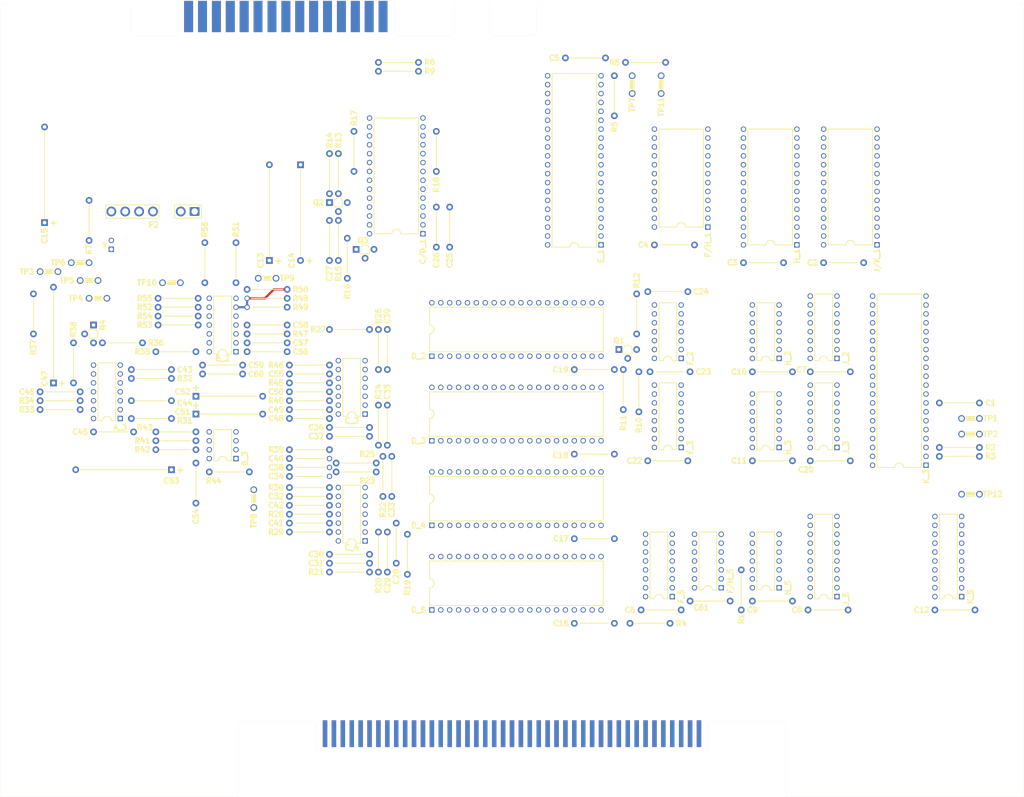
<source format=kicad_pcb>
(kicad_pcb (version 20211014) (generator pcbnew)
  (layers (0 "F.Cu" signal) (31 "B.Cu" signal) (34 "B.Paste" user) (35 "F.Paste" user) (36 "B.SilkS" user "B.Silkscreen") (37 "F.SilkS" user "F.Silkscreen") (38 "B.Mask" user) (39 "F.Mask" user) (44 "Edge.Cuts" user))
  (net 0 "")
  (net 1 "RCK")
  (net 2 "GND")
  (net 4 "Net-(B_3-Pad4)")
  (net 5 "Net-(B_3-Pad5)")
  (net 6 "Net-(B_3-Pad6)")
  (net 7 "Net-(B_3-Pad8)")
  (net 8 "SD3")
  (net 9 "SD4")
  (net 10 "SD5")
  (net 11 "SD6")
  (net 12 "SD7")
  (net 13 "PHI_E")
  (net 23 "+5V")
  (net 30 "Net-(D_2-Pad24)")
  (net 34 "Net-(D_2-Pad28)")
  (net 36 "~{CIO}3")
  (net 37 "P")
  (net 38 "SR~{W}")
  (net 39 "SA5")
  (net 40 "SA2")
  (net 41 "SA1")
  (net 42 "SA0")
  (net 43 "CO3")
  (net 44 "SD0")
  (net 45 "SD1")
  (net 46 "SD2")
  (net 62 "Net-(D_3-Pad24)")
  (net 67 "~{CIO}2")
  (net 68 "CO2")
  (net 84 "Net-(D_4-Pad24)")
  (net 89 "~{CIO}1")
  (net 90 "CO1")
  (net 106 "Net-(D_5-Pad24)")
  (net 111 "~{CIO}0")
  (net 112 "CO0")
  (net 113 "SA4")
  (net 114 "SA3")
  (net 115 "PA0")
  (net 116 "PA1")
  (net 117 "PA2")
  (net 118 "PA3")
  (net 119 "PA4")
  (net 120 "PA5")
  (net 121 "SOUNDFLAG")
  (net 122 "MAINFLAG")
  (net 123 "PB7")
  (net 124 "PB6")
  (net 125 "PB5")
  (net 126 "PB4")
  (net 127 "PB3")
  (net 128 "PB2")
  (net 129 "PB1")
  (net 130 "PB0")
  (net 131 "~{SIRQ}")
  (net 132 "~{SRES}")
  (net 133 "SA7")
  (net 134 "~{PIA}")
  (net 135 "SA6")
  (net 136 "SA12")
  (net 137 "~{SROM0}")
  (net 138 "SA10")
  (net 139 "SA11")
  (net 140 "SA9")
  (net 141 "SA8")
  (net 142 "Net-(J_2-Pad1)")
  (net 143 "Net-(H_2-Pad1)")
  (net 144 "~{SOUNDREAD}")
  (net 145 "~{CIO}")
  (net 146 "~{SROM1}")
  (net 147 "~{SRAM}")
  (net 148 "SA14")
  (net 149 "SA13")
  (net 150 "~{FLAGREAD}")
  (net 151 "~{MAINREAD}")
  (net 153 "~{MAINWR}")
  (net 154 "R~{W}B")
  (net 155 "AB0")
  (net 156 "~{SOUND}")
  (net 157 "PD1")
  (net 158 "PD3")
  (net 159 "PD5")
  (net 160 "PD7")
  (net 161 "PD6")
  (net 162 "PD4")
  (net 163 "PD2")
  (net 164 "PD0")
  (net 165 "Net-(K_3-Pad2)")
  (net 170 "CLKQ")
  (net 173 "Net-(K_3-Pad40)")
  (net 174 "~{SOUNDWR}")
  (net 175 "~{SOUNDRST}")
  (net 208 "6MHZ")
  (net 215 "1.5MHZ")
  (net 216 "LEFT_AUDIO")
  (net 217 "RIGHT_AUDIO")
  (net 218 "-5V")
  (net 219 "+12V")
  (net 222 "DXMT")
  (net 223 "DRCV")
  (net 232 "Net-(F/H_1-Pad20)")
  (net 233 "Net-(F/H_1-Pad21)")
  (net 234 "Net-(H_2-Pad2)")
  (net 235 "Net-(F_5-Pad10)")
  (net 236 "Net-(F_3-Pad9)")
  (net 237 "Net-(F_3-Pad15)")
  (net 240 "Net-(F_2-Pad1)")
  (net 241 "Net-(C/D_1-Pad6)")
  (net 243 "Net-(F_3-Pad12)")
  (net 252 "Net-(C/D_1-Pad4)")
  (net 254 "SPEECH")
  (net 261 "Net-(C/D_1-Pad21)")
  (net 264 "Net-(C_3-Pad1)")
  (net 265 "+5VA")
  (net 266 "Net-(C_3-Pad7)")
  (net 267 "Net-(C_3-Pad8)")
  (net 268 "Net-(C55-Pad2)")
  (net 269 "Net-(C50-Pad2)")
  (net 270 "AUD")
  (net 271 "Net-(C_4-Pad1)")
  (net 272 "Net-(C_4-Pad7)")
  (net 273 "SUM")
  (net 274 "Net-(C32-Pad2)")
  (net 275 "Net-(C41-Pad1)")
  (net 276 "Net-(C_4-Pad13)")
  (net 277 "Net-(A_3-Pad1)")
  (net 278 "Net-(A_3-Pad2)")
  (net 279 "Net-(A_3-Pad3)")
  (net 281 "Net-(A_3-Pad12)")
  (net 282 "Net-(A_3-Pad11)")
  (net 283 "Net-(A_3-Pad13)")
  (net 284 "Net-(B_2-Pad1)")
  (net 285 "Net-(B_2-Pad3)")
  (net 286 "Net-(B_2-Pad6)")
  (net 287 "Net-(B_2-Pad7)")
  (net 288 "Net-(B_2-Pad8)")
  (net 289 "Net-(B_2-Pad9)")
  (net 290 "Net-(B_2-Pad10)")
  (net 291 "Net-(B_2-Pad13)")
  (net 292 "Net-(C32-Pad1)")
  (net 293 "Net-(C34-Pad1)")
  (net 294 "Net-(C38-Pad1)")
  (net 295 "Net-(C40-Pad1)")
  (net 296 "Net-(C42-Pad1)")
  (net 297 "Net-(C48-Pad1)")
  (net 298 "Net-(C56-Pad1)")
  (net 299 "Net-(C47-Pad2)")
  (net 300 "Net-(R41-Pad1)")
  (net 301 "Net-(Q1-Pad2)")
  (net 302 "Net-(Q2-Pad1)")
  (net 303 "Net-(Q2-Pad2)")
  (net 304 "Net-(Q2-Pad3)")
  (net 305 "Net-(Q3-Pad2)")
  (net 306 "Net-(Q4-Pad2)")
  (net 307 "Net-(Q4-Pad3)")
  (net 308 "Net-(DS1-Pad2)")
  (footprint "atari:GenericComp" (layer "F.Cu") (at 213.995 157.48 90)
    (fp_text reference "R10")
    (fp_text value "10k" hide)
  )
  (footprint "atari:DIP14" (layer "F.Cu") (at 250.19 205.74 180)
    (fp_text reference "H_5")
    (fp_text value "74LS74" hide)
  )
  (footprint "atari:GenericComp" (layer "F.Cu") (at 201.295 223.52)
    (fp_text reference "C16")
    (fp_text value ".1uf" hide)
  )
  (footprint "atari:DIP14" (layer "F.Cu") (at 233.68 205.74 180)
    (fp_text reference "F/H_5")
    (fp_text value "74LS125" hide)
  )
  (footprint "atari:GenericComp" (layer "F.Cu") (at 125.73 95.25 -90)
    (fp_text reference "R14")
    (fp_text value "3.3k" hide)
  )
  (footprint "atari:GenericComp" (layer "F.Cu") (at 74.93 165.1)
    (fp_text reference "R31")
    (fp_text value "560k" hide)
  )
  (footprint "atari:GenericComp" (layer "F.Cu") (at 99.06 120.65 90)
    (fp_text reference "R51")
    (fp_text value "2.2k" hide)
  )
  (footprint "atari:GenericComp" (layer "F.Cu") (at 305.435 173.355 180)
    (fp_text reference "R2")
    (fp_text value "10k" hide)
  )
  (footprint "atari:GenericComp" (layer "F.Cu") (at 107.95 128.27 180)
    (fp_text reference "R50")
    (fp_text value "47k" hide)
  )
  (footprint "atari:P3" (layer "F.Cu") (at 113.157 50.419)
    (fp_text reference "P3" hide)
    (fp_text value "sw_audio_edge_connector" hide)
  )
  (footprint "atari:GenericComp" (layer "F.Cu") (at 107.95 133.35 180)
    (fp_text reference "R49")
    (fp_text value "22k" hide)
  )
  (footprint "atari:GenericComp" (layer "F.Cu") (at 305.435 175.895 180)
    (fp_text reference "R3")
    (fp_text value "10k" hide)
  )
  (footprint "atari:GenericComp" (layer "F.Cu") (at 48.895 162.56 180)
    (fp_text reference "R33")
    (fp_text value "4.7k" hide)
  )
  (footprint "atari:GenericComp" (layer "F.Cu") (at 82.55 138.43)
    (fp_text reference "R53")
    (fp_text value "22k" hide)
  )
  (footprint "atari:GenericComp" (layer "F.Cu") (at 131.445 139.7 180)
    (fp_text reference "R27")
    (fp_text value "82k" hide)
  )
  (footprint "atari:GenericComp" (layer "F.Cu") (at 107.95 146.05 180)
    (fp_text reference "C56")
    (fp_text value ".0027uf" hide)
  )
  (footprint "atari:GenericComp" (layer "F.Cu") (at 48.895 157.48)
    (fp_text reference "C46")
    (fp_text value ".0027uf" hide)
  )
  (footprint "atari:GenericComp" (layer "F.Cu") (at 107.95 130.81 180)
    (fp_text reference "R48")
    (fp_text value "22k" hide)
  )
  (footprint "atari:GenericComp" (layer "F.Cu") (at 156.21 110.49 -90)
    (fp_text reference "C26")
    (fp_text value ".1uf" hide)
  )
  (footprint "atari:GenericComp" (layer "F.Cu") (at 145.415 66.04 180)
    (fp_text reference "R9")
    (fp_text value "100" hide)
  )
  (footprint "atari:GenericComp" (layer "F.Cu") (at 220.345 219.71)
    (fp_text reference "C6")
    (fp_text value ".1uf" hide)
  )
  (footprint "atari:TEST_POINT" (layer "F.Cu") (at 212.09 69.85 90)
    (fp_text reference "TP7")
    (fp_text value "tp_2_pin" hide)
  )
  (footprint "atari:GenericComp" (layer "F.Cu") (at 120.015 197.485 180)
    (fp_text reference "R29")
    (fp_text value "15k" hide)
  )
  (footprint "atari:GenericComp" (layer "F.Cu") (at 243.205 213.995 90)
    (fp_text reference "R1")
    (fp_text value "1k" hide)
  )
  (footprint "atari:GenericComp" (layer "F.Cu") (at 213.36 135.255 -90)
    (fp_text reference "R12")
    (fp_text value "1k" hide)
  )
  (footprint "atari:TEST_POINT" (layer "F.Cu") (at 57.15 125.73)
    (fp_text reference "TP5")
    (fp_text value "tp_2_pin" hide)
  )
  (footprint "atari:DIP14" (layer "F.Cu") (at 132.08 156.21 180)
    (fp_text reference "C_3")
    (fp_text value "TL084" hide)
  )
  (footprint "atari:MedCap1" (layer "F.Cu") (at 97.155 158.75)
    (fp_text reference "C52")
    (fp_text value "10uf 35v" hide)
  )
  (footprint "atari:DIP14" (layer "F.Cu") (at 250.19 165.735 180)
    (fp_text reference "H_3")
    (fp_text value "74LS00" hide)
  )
  (footprint "atari:GenericComp" (layer "F.Cu") (at 131.445 170.18)
    (fp_text reference "C37")
    (fp_text value ".1uf" hide)
  )
  (footprint "atari:GenericComp" (layer "F.Cu") (at 120.015 157.48)
    (fp_text reference "C50")
    (fp_text value ".0027uf" hide)
  )
  (footprint "atari:GenericComp" (layer "F.Cu") (at 209.55 156.845 90)
    (fp_text reference "R11")
    (fp_text value "3.3k" hide)
  )
  (footprint "atari:GenericComp" (layer "F.Cu") (at 201.295 199.39)
    (fp_text reference "C17")
    (fp_text value ".1uf" hide)
  )
  (footprint "atari:TEST_POINT" (layer "F.Cu") (at 104.14 187.96 90)
    (fp_text reference "TP8")
    (fp_text value "tp_2_pin" hide)
  )
  (footprint "atari:GenericComp" (layer "F.Cu") (at 132.715 88.9 90)
    (fp_text reference "R17")
    (fp_text value "10k" hide)
  )
  (footprint "atari:GenericComp" (layer "F.Cu") (at 267.97 219.71)
    (fp_text reference "C8")
    (fp_text value ".1uf" hide)
  )
  (footprint "atari:DDIP40" (layer "F.Cu") (at 195.58 91.44 180)
    (fp_text reference "E_1")
    (fp_text value "6532A" hide)
  )
  (footprint "atari:MedCap1" (layer "F.Cu") (at 97.155 163.83)
    (fp_text reference "C51")
    (fp_text value ".47uf" hide)
  )
  (footprint "atari:GenericComp" (layer "F.Cu") (at 90.17 120.65 90)
    (fp_text reference "R56")
    (fp_text value "2.2k" hide)
  )
  (footprint "atari:GenericComp" (layer "F.Cu") (at 81.915 168.91)
    (fp_text reference "R43")
    (fp_text value "1.5k" hide)
  )
  (footprint "atari:DIP8" (layer "F.Cu") (at 95.25 172.72 180)
    (fp_text reference "B_3")
    (fp_text value "R5106" hide)
  )
  (footprint "atari:DIP16" (layer "F.Cu") (at 266.7 164.465 180)
    (fp_text reference "J_3")
    (fp_text value "74LS139" hide)
  )
  (footprint "atari:GenericComp" (layer "F.Cu") (at 82.55 130.81 180)
    (fp_text reference "R55")
    (fp_text value "47k" hide)
  )
  (footprint "atari:GenericComp" (layer "F.Cu") (at 142.24 145.415 -90)
    (fp_text reference "C39")
    (fp_text value "1000pf" hide)
  )
  (footprint "atari:GenericComp" (layer "F.Cu") (at 215.9 63.5 180)
    (fp_text reference "R6")
    (fp_text value "10k" hide)
  )
  (footprint "atari:GenericComp" (layer "F.Cu") (at 145.415 63.5 180)
    (fp_text reference "R8")
    (fp_text value "100" hide)
  )
  (footprint "atari:LargeCap1" (layer "F.Cu") (at 46.99 141.605 90)
    (fp_text reference "C47")
    (fp_text value "100uf 50v" hide)
  )
  (footprint "atari:GenericComp" (layer "F.Cu") (at 74.93 160.02 180)
    (fp_text reference "C44")
    (fp_text value ".01uf" hide)
  )
  (footprint "atari:GenericComp" (layer "F.Cu") (at 120.015 181.61)
    (fp_text reference "C34")
    (fp_text value ".1uf" hide)
  )
  (footprint "atari:GenericComp" (layer "F.Cu") (at 82.55 135.89)
    (fp_text reference "R54")
    (fp_text value "47k" hide)
  )
  (footprint "atari:GenericComp" (layer "F.Cu") (at 133.35 180.34 180)
    (fp_text reference "R23")
    (fp_text value "47k" hide)
  )
  (footprint "atari:GenericComp" (layer "F.Cu") (at 131.445 203.835 180)
    (fp_text reference "C30")
    (fp_text value ".1uf" hide)
  )
  (footprint "atari:GenericComp" (layer "F.Cu") (at 95.25 149.86 180)
    (fp_text reference "C59")
    (fp_text value ".1uf" hide)
  )
  (footprint "atari:GenericComp" (layer "F.Cu") (at 234.315 217.17 180)
    (fp_text reference "C61")
    (fp_text value ".1uf" hide)
  )
  (footprint "atari:DDIP40" (layer "F.Cu") (at 179.07 139.7 90)
    (fp_text reference "D_2")
    (fp_text value "POKEY" hide)
  )
  (footprint "atari:GenericComp" (layer "F.Cu") (at 160.02 110.49 -90)
    (fp_text reference "C25")
    (fp_text value ".1uf" hide)
  )
  (footprint "atari:GenericComp" (layer "F.Cu") (at 81.915 171.45)
    (fp_text reference "R41")
    (fp_text value "68k" hide)
  )
  (footprint "atari:GenericComp" (layer "F.Cu") (at 120.015 149.86 180)
    (fp_text reference "R46")
    (fp_text value "12k" hide)
  )
  (footprint "atari:DIP14" (layer "F.Cu") (at 250.19 140.335 180)
    (fp_text reference "H_2")
    (fp_text value "74LS04" hide)
  )
  (footprint "atari:TEST_POINT" (layer "F.Cu") (at 308.61 169.545)
    (fp_text reference "TP2")
    (fp_text value "tp_2_pin" hide)
  )
  (footprint "atari:GenericComp" (layer "F.Cu") (at 107.95 138.43 180)
    (fp_text reference "C58")
    (fp_text value ".0027uf" hide)
  )
  (footprint "atari:GenericComp" (layer "F.Cu") (at 222.885 151.765)
    (fp_text reference "C23")
    (fp_text value ".1uf" hide)
  )
  (footprint "atari:DIP16" (layer "F.Cu") (at 266.7 139.065 180)
    (fp_text reference "J_2")
    (fp_text value "74LS139" hide)
  )
  (footprint "atari:DDIP40" (layer "F.Cu") (at 179.07 187.96 90)
    (fp_text reference "D_4")
    (fp_text value "POKEY" hide)
  )
  (footprint "atari:DIP28" (layer "F.Cu") (at 274.32 99.06 180)
    (fp_text reference "J/K_1")
    (fp_text value "2764" hide)
  )
  (footprint "atari:GenericComp" (layer "F.Cu") (at 120.015 179.07)
    (fp_text reference "C38")
    (fp_text value ".1uf" hide)
  )
  (footprint "atari:GenericComp" (layer "F.Cu") (at 74.93 151.13 180)
    (fp_text reference "C43")
    (fp_text value ".1uf" hide)
  )
  (footprint "atari:GenericTrans" (layer "F.Cu") (at 128.27 103.505)
    (fp_text reference "Q2")
    (fp_text value "2N3906" hide)
  )
  (footprint "atari:GenericComp" (layer "F.Cu") (at 120.015 173.99 180)
    (fp_text reference "R39")
    (fp_text value "12k" hide)
  )
  (footprint "atari:GenericComp" (layer "F.Cu") (at 128.27 114.3 -90)
    (fp_text reference "R15")
    (fp_text value "1k" hide)
  )
  (footprint "atari:GenericComp" (layer "F.Cu") (at 120.015 176.53)
    (fp_text reference "C40")
    (fp_text value ".1uf" hide)
  )
  (footprint "atari:Aud_Con" (layer "F.Cu") (at 75.38424 105.915)
    (fp_text reference "P2")
    (fp_text value "sw_aud_connector" hide)
  )
  (footprint "atari:TEST_POINT" (layer "F.Cu") (at 308.61 165.1)
    (fp_text reference "TP1")
    (fp_text value "tp_2_pin" hide)
  )
  (footprint "atari:LargeCap1" (layer "F.Cu") (at 67.31 179.705 180)
    (fp_text reference "C53")
    (fp_text value "100uf 50v" hide)
  )
  (footprint "atari:GenericComp" (layer "F.Cu") (at 224.155 115.57)
    (fp_text reference "C4")
    (fp_text value ".1uf" hide)
  )
  (footprint "atari:GenericComp" (layer "F.Cu") (at 143.51 181.61 -90)
    (fp_text reference "C33")
    (fp_text value "1000pf" hide)
  )
  (footprint "atari:GenericComp" (layer "F.Cu") (at 142.24 203.2 90)
    (fp_text reference "C29")
    (fp_text value "1000pf" hide)
  )
  (footprint "atari:DIP14" (layer "F.Cu") (at 132.08 192.405 180)
    (fp_text reference "C_4")
    (fp_text value "TL084" hide)
  )
  (footprint "atari:GenericTrans" (layer "F.Cu") (at 58.42 140.97 -90)
    (fp_text reference "Q4")
    (fp_text value "2N3904" hide)
  )
  (footprint "atari:GenericComp" (layer "F.Cu") (at 125.73 114.3 90)
    (fp_text reference "C27")
    (fp_text value ".1uf" hide)
  )
  (footprint "atari:GenericComp" (layer "F.Cu") (at 222.25 128.905 180)
    (fp_text reference "C24")
    (fp_text value ".1uf" hide)
  )
  (footprint "atari:GenericComp" (layer "F.Cu") (at 252.095 151.765)
    (fp_text reference "C10")
    (fp_text value ".1uf" hide)
  )
  (footprint "atari:GenericComp" (layer "F.Cu") (at 95.25 152.4)
    (fp_text reference "C60")
    (fp_text value ".1uf" hide)
  )
  (footprint "atari:GenericComp" (layer "F.Cu") (at 305.435 160.655)
    (fp_text reference "C1")
    (fp_text value ".1uf" hide)
  )
  (footprint "atari:DIP14" (layer "F.Cu") (at 95.25 138.43 180)
    (fp_text reference "B_2")
    (fp_text value "TL084" hide)
  )
  (footprint "atari:GenericComp" (layer "F.Cu") (at 120.015 154.94)
    (fp_text reference "R45")
    (fp_text value "470k" hide)
  )
  (footprint "atari:TEST_POINT" (layer "F.Cu") (at 59.69 130.81)
    (fp_text reference "TP4")
    (fp_text value "tp_2_pin" hide)
  )
  (footprint "atari:GenericComp" (layer "F.Cu") (at 82.55 133.35)
    (fp_text reference "R52")
    (fp_text value "22k" hide)
  )
  (footprint "atari:GenericComp" (layer "F.Cu") (at 201.295 151.13)
    (fp_text reference "C19")
    (fp_text value ".1uf" hide)
  )
  (footprint "atari:GenericComp" (layer "F.Cu") (at 97.155 180.34)
    (fp_text reference "R44")
    (fp_text value "100" hide)
  )
  (footprint "atari:DIP28" (layer "F.Cu") (at 144.78 95.885 180)
    (fp_text reference "C/D_1")
    (fp_text value "TMS-5220" hide)
  )
  (footprint "atari:GenericComp" (layer "F.Cu") (at 128.27 95.25 -90)
    (fp_text reference "R13")
    (fp_text value "10k" hide)
  )
  (footprint "atari:GenericComp" (layer "F.Cu") (at 74.93 153.67)
    (fp_text reference "R32")
    (fp_text value "560k" hide)
  )
  (footprint "atari:GenericComp" (layer "F.Cu") (at 41.275 135.255 -90)
    (fp_text reference "R37")
    (fp_text value "10k" hide)
  )
  (footprint "atari:LargeCap1" (layer "F.Cu") (at 44.45 95.885 90)
    (fp_text reference "C15")
    (fp_text value "100uf 50v" hide)
  )
  (footprint "atari:DIP20" (layer "F.Cu") (at 302.26 204.47 180)
    (fp_text reference "K_5")
    (fp_text value "74LS374" hide)
  )
  (footprint "atari:DIP16" (layer "F.Cu") (at 222.25 164.465 180)
    (fp_text reference "F_3")
    (fp_text value "74LS161" hide)
  )
  (footprint "atari:GenericComp" (layer "F.Cu") (at 156.21 88.9 -90)
    (fp_text reference "R18")
    (fp_text value "1.8k" hide)
  )
  (footprint "atari:TEST_POINT" (layer "F.Cu") (at 220.345 69.85 90)
    (fp_text reference "TP11")
    (fp_text value "tp_2_pin" hide)
  )
  (footprint "atari:LargeCap2" (layer "F.Cu") (at 117.475 106.68 90)
    (fp_text reference "C14")
    (fp_text value "100uf 50v" hide)
  )
  (footprint "atari:GenericComp" (layer "F.Cu") (at 268.605 177.165)
    (fp_text reference "C20")
    (fp_text value ".1uf" hide)
  )
  (footprint "atari:DIP14" (layer "F.Cu") (at 222.25 140.335 180)
    (fp_text reference "F_2")
    (fp_text value "C04" hide)
  )
  (footprint "atari:GenericComp" (layer "F.Cu") (at 139.7 145.415 90)
    (fp_text reference "R26")
    (fp_text value "1k" hide)
  )
  (footprint "atari:GenericComp" (layer "F.Cu") (at 120.015 194.945 180)
    (fp_text reference "C41")
    (fp_text value ".1uf" hide)
  )
  (footprint "atari:TEST_POINT" (layer "F.Cu") (at 54.61 120.65)
    (fp_text reference "TP6")
    (fp_text value "tp_2_pin" hide)
  )
  (footprint "atari:DIP20" (layer "F.Cu") (at 266.7 204.47 180)
    (fp_text reference "J_5")
    (fp_text value "74LS374" hide)
  )
  (footprint "atari:GenericComp" (layer "F.Cu") (at 252.095 177.165)
    (fp_text reference "C11")
    (fp_text value ".1uf" hide)
  )
  (footprint "atari:TEST_POINT" (layer "F.Cu") (at 308.61 186.69)
    (fp_text reference "TP12")
    (fp_text value "tp_2_pin" hide)
  )
  (footprint "atari:GenericComp" (layer "F.Cu") (at 222.25 177.165)
    (fp_text reference "C22")
    (fp_text value ".1uf" hide)
  )
  (footprint "atari:GenericComp" (layer "F.Cu") (at 120.015 192.405)
    (fp_text reference "R28")
    (fp_text value "100k" hide)
  )
  (footprint "atari:GenericComp" (layer "F.Cu") (at 120.015 162.56)
    (fp_text reference "C49")
    (fp_text value ".0027uf" hide)
  )
  (footprint "atari:GenericComp" (layer "F.Cu") (at 81.915 173.99 180)
    (fp_text reference "R42")
    (fp_text value "12k" hide)
  )
  (footprint "atari:DDIP40" (layer "F.Cu") (at 179.07 212.09 90)
    (fp_text reference "D_5")
    (fp_text value "POKEY" hide)
  )
  (footprint "atari:GenericComp" (layer "F.Cu") (at 131.445 208.915 180)
    (fp_text reference "R21")
    (fp_text value "47k" hide)
  )
  (footprint "atari:P1" (layer "F.Cu") (at 177.8 255.016)
    (fp_text reference "P1" hide)
    (fp_text value "sw_main_connector" hide)
  )
  (footprint "atari:GenericComp" (layer "F.Cu") (at 52.705 149.225 90)
    (fp_text reference "R38")
    (fp_text value "470" hide)
  )
  (footprint "atari:GenericComp" (layer "F.Cu") (at 272.415 120.65)
    (fp_text reference "C2")
    (fp_text value ".1uf" hide)
  )
  (footprint "atari:GenericComp" (layer "F.Cu") (at 217.17 223.52)
    (fp_text reference "R4")
    (fp_text value "1k" hide)
  )
  (footprint "atari:GenericComp" (layer "F.Cu") (at 139.7 203.2 -90)
    (fp_text reference "R20")
    (fp_text value "1k" hide)
  )
  (footprint "atari:GenericComp" (layer "F.Cu") (at 201.295 175.26)
    (fp_text reference "C18")
    (fp_text value ".1uf" hide)
  )
  (footprint "atari:DIP16" (layer "F.Cu") (at 219.71 207.01 180)
    (fp_text reference "F_5")
    (fp_text value "74LS161" hide)
  )
  (footprint "atari:GenericComp" (layer "F.Cu") (at 131.445 206.375)
    (fp_text reference "C31")
    (fp_text value ".1uf" hide)
  )
  (footprint "atari:GenericComp" (layer "F.Cu") (at 120.015 152.4)
    (fp_text reference "C55")
    (fp_text value ".1uf" hide)
  )
  (footprint "atari:TEST_POINT" (layer "F.Cu") (at 45.72 123.19)
    (fp_text reference "TP3")
    (fp_text value "tp_2_pin" hide)
  )
  (footprint "atari:GenericComp" (layer "F.Cu") (at 249.555 120.65)
    (fp_text reference "C3")
    (fp_text value ".1uf" hide)
  )
  (footprint "atari:GenericComp" (layer "F.Cu") (at 64.135 168.91)
    (fp_text reference "C45")
    (fp_text value ".1uf" hide)
  )
  (footprint "atari:GenericComp" (layer "F.Cu") (at 142.24 167.005 90)
    (fp_text reference "C35")
    (fp_text value "1000pf" hide)
  )
  (footprint "atari:DDIP40" (layer "F.Cu") (at 288.29 154.305 180)
    (fp_text reference "K_3")
    (fp_text value "MC6809E" hide)
  )
  (footprint "atari:GenericComp" (layer "F.Cu") (at 87.63 183.515 -90)
    (fp_text reference "C54")
    (fp_text value ".1uf" hide)
  )
  (footprint "atari:GenericTrans" (layer "F.Cu") (at 210.82 145.415)
    (fp_text reference "Q1")
    (fp_text value "2N3906" hide)
  )
  (footprint "atari:DDIP24" (layer "F.Cu") (at 226.06 96.52 180)
    (fp_text reference "F/H_1")
    (fp_text value "6116" hide)
  )
  (footprint "atari:LED" (layer "F.Cu") (at 63.5 115.57 90)
    (fp_text reference "DS1" hide)
    (fp_text value "BLUE LED" hide)
  )
  (footprint "atari:DIP14" (layer "F.Cu") (at 62.23 157.48 180)
    (fp_text reference "A_3")
    (fp_text value "LM556" hide)
  )
  (footprint "atari:GenericComp" (layer "F.Cu") (at 81.915 146.05 180)
    (fp_text reference "R35")
    (fp_text value "2.2k" hide)
  )
  (footprint "atari:GenericComp" (layer "F.Cu") (at 66.675 143.51)
    (fp_text reference "R36")
    (fp_text value "15" hide)
  )
  (footprint "atari:GenericComp" (layer "F.Cu") (at 304.165 219.71)
    (fp_text reference "C12")
    (fp_text value ".1uf" hide)
  )
  (footprint "atari:GenericComp" (layer "F.Cu") (at 268.605 151.765)
    (fp_text reference "C7")
    (fp_text value ".1uf" hide)
  )
  (footprint "atari:TEST_POINT" (layer "F.Cu") (at 107.95 125.095)
    (fp_text reference "TP9")
    (fp_text value "tp_2_pin" hide)
  )
  (footprint "atari:GenericComp" (layer "F.Cu") (at 120.015 187.325)
    (fp_text reference "C32")
    (fp_text value ".1uf" hide)
  )
  (footprint "atari:GenericComp" (layer "F.Cu") (at 140.97 181.61 90)
    (fp_text reference "R22")
    (fp_text value "1k" hide)
  )
  (footprint "atari:GenericComp" (layer "F.Cu") (at 107.95 143.51 180)
    (fp_text reference "C57")
    (fp_text value ".0027uf" hide)
  )
  (footprint "atari:GenericComp" (layer "F.Cu") (at 252.095 217.17)
    (fp_text reference "C9")
    (fp_text value ".1uf" hide)
  )
  (footprint "atari:GenericComp" (layer "F.Cu") (at 207.01 73.025 -90)
    (fp_text reference "R5")
    (fp_text value "10k" hide)
  )
  (footprint "atari:GenericComp" (layer "F.Cu") (at 120.015 184.785 180)
    (fp_text reference "R30")
    (fp_text value "12k" hide)
  )
  (footprint "atari:GenericComp" (layer "F.Cu") (at 120.015 160.02)
    (fp_text reference "R40")
    (fp_text value "12k" hide)
  )
  (footprint "atari:GenericComp" (layer "F.Cu") (at 48.895 160.02 180)
    (fp_text reference "R34")
    (fp_text value "4.7k" hide)
  )
  (footprint "atari:DDIP40" (layer "F.Cu") (at 179.07 163.83 90)
    (fp_text reference "D_3")
    (fp_text value "POKEY" hide)
  )
  (footprint "atari:GenericComp" (layer "F.Cu") (at 120.015 189.865)
    (fp_text reference "C42")
    (fp_text value ".1uf" hide)
  )
  (footprint "atari:GenericComp" (layer "F.Cu") (at 198.755 62.23 180)
    (fp_text reference "C5")
    (fp_text value ".1uf" hide)
  )
  (footprint "atari:GenericComp" (layer "F.Cu") (at 144.78 200.66 90)
    (fp_text reference "C28")
    (fp_text value ".1uf" hide)
  )
  (footprint "atari:DIP28" (layer "F.Cu") (at 251.46 99.06 180)
    (fp_text reference "H_1")
    (fp_text value "2764" hide)
  )
  (footprint "atari:GenericTrans" (layer "F.Cu") (at 135.89 116.84)
    (fp_text reference "Q3")
    (fp_text value "2N3904" hide)
  )
  (footprint "atari:GenericComp" (layer "F.Cu") (at 131.445 167.64 180)
    (fp_text reference "C36")
    (fp_text value ".1uf" hide)
  )
  (footprint "atari:TEST_POINT" (layer "F.Cu") (at 80.645 126.365)
    (fp_text reference "TP10")
    (fp_text value "tp_2_pin" hide)
  )
  (footprint "atari:GenericComp" (layer "F.Cu") (at 133.35 177.8 180)
    (fp_text reference "R25")
    (fp_text value "82k" hide)
  )
  (footprint "atari:LargeCap1" (layer "F.Cu") (at 108.585 106.68 90)
    (fp_text reference "C13")
    (fp_text value "100uf 50v" hide)
  )
  (footprint "atari:GenericComp" (layer "F.Cu") (at 147.955 203.835 -90)
    (fp_text reference "R19")
    (fp_text value "100k" hide)
  )
  (footprint "atari:GenericComp" (layer "F.Cu") (at 120.015 165.1)
    (fp_text reference "C48")
    (fp_text value ".0027uf" hide)
  )
  (footprint "atari:GenericComp" (layer "F.Cu") (at 139.7 167.005 -90)
    (fp_text reference "R24")
    (fp_text value "1k" hide)
  )
  (footprint "atari:GenericComp" (layer "F.Cu") (at 107.95 140.97 180)
    (fp_text reference "R47")
    (fp_text value "12k" hide)
  )
  (footprint "atari:GenericComp" (layer "F.Cu") (at 57.15 108.585 -90)
    (fp_text reference "R7")
    (fp_text value "1k" hide)
  )
  (footprint "atari:GenericComp" (layer "F.Cu") (at 130.81 119.38 -90)
    (fp_text reference "R16")
    (fp_text value "3.3k" hide)
  )
  (gr_line (start 233.68 252.73) (end 233.68 259.08) (layer "Edge.Cuts") (width 0.0254))
  (gr_arc (start 184.785 54.61) (mid 184.413026 55.508026) (end 183.515 55.88) (layer "Edge.Cuts") (width 0.0254))
  (gr_line (start 323.85 46.99) (end 184.785 46.99) (layer "Edge.Cuts") (width 0.0254))
  (gr_arc (start 233.68 252.73) (mid 234.051974 251.831974) (end 234.95 251.46) (layer "Edge.Cuts") (width 0.0254))
  (gr_line (start 31.75 273.05) (end 31.75 46.99) (layer "Edge.Cuts") (width 0.0254))
  (gr_line (start 233.68 259.08) (end 121.92 259.08) (layer "Edge.Cuts") (width 0.0254))
  (gr_arc (start 99.695 252.73) (mid 100.066974 251.831974) (end 100.965 251.46) (layer "Edge.Cuts") (width 0.0254))
  (gr_line (start 323.85 273.05) (end 323.85 46.99) (layer "Edge.Cuts") (width 0.0254))
  (gr_line (start 161.29 54.61) (end 161.29 46.99) (layer "Edge.Cuts") (width 0.0254))
  (gr_line (start 99.695 273.05) (end 99.695 252.73) (layer "Edge.Cuts") (width 0.0254))
  (gr_line (start 171.45 46.99) (end 161.29 46.99) (layer "Edge.Cuts") (width 0.0254))
  (gr_arc (start 172.72 55.88) (mid 171.821974 55.508026) (end 171.45 54.61) (layer "Edge.Cuts") (width 0.0254))
  (gr_line (start 70.485 55.88) (end 81.28 55.88) (layer "Edge.Cuts") (width 0.0254))
  (gr_line (start 171.45 46.99) (end 171.45 54.61) (layer "Edge.Cuts") (width 0.0254))
  (gr_line (start 69.215 46.99) (end 69.215 54.61) (layer "Edge.Cuts") (width 0.0254))
  (gr_line (start 254.635 251.46) (end 234.95 251.46) (layer "Edge.Cuts") (width 0.0254))
  (gr_line (start 82.55 45.72) (end 144.145 45.72) (layer "Edge.Cuts") (width 0.0254))
  (gr_line (start 121.92 259.08) (end 121.92 252.73) (layer "Edge.Cuts") (width 0.0254))
  (gr_arc (start 254.635 251.46) (mid 255.533026 251.831974) (end 255.905 252.73) (layer "Edge.Cuts") (width 0.0254))
  (gr_line (start 184.785 54.61) (end 184.785 46.99) (layer "Edge.Cuts") (width 0.0254))
  (gr_line (start 100.965 251.46) (end 120.65 251.46) (layer "Edge.Cuts") (width 0.0254))
  (gr_arc (start 161.29 54.61) (mid 160.918026 55.508026) (end 160.02 55.88) (layer "Edge.Cuts") (width 0.0254))
  (gr_arc (start 120.65 251.46) (mid 121.548026 251.831974) (end 121.92 252.73) (layer "Edge.Cuts") (width 0.0254))
  (gr_line (start 31.75 46.99) (end 69.215 46.99) (layer "Edge.Cuts") (width 0.0254))
  (gr_line (start 255.905 273.05) (end 255.905 252.73) (layer "Edge.Cuts") (width 0.0254))
  (gr_line (start 31.75 273.05) (end 99.695 273.05) (layer "Edge.Cuts") (width 0.0254))
  (gr_line (start 323.85 273.05) (end 255.905 273.05) (layer "Edge.Cuts") (width 0.0254))
  (gr_line (start 183.515 55.88) (end 172.72 55.88) (layer "Edge.Cuts") (width 0.0254))
  (gr_arc (start 82.55 54.61) (mid 82.178026 55.508026) (end 81.28 55.88) (layer "Edge.Cuts") (width 0.0254))
  (gr_line (start 82.55 54.61) (end 82.55 45.72) (layer "Edge.Cuts") (width 0.0254))
  (gr_arc (start 145.415 55.88) (mid 144.516974 55.508026) (end 144.145 54.61) (layer "Edge.Cuts") (width 0.0254))
  (gr_arc (start 70.485 55.88) (mid 69.586974 55.508026) (end 69.215 54.61) (layer "Edge.Cuts") (width 0.0254))
  (gr_line (start 160.02 55.88) (end 145.415 55.88) (layer "Edge.Cuts") (width 0.0254))
  (gr_line (start 144.145 54.61) (end 144.145 45.72) (layer "Edge.Cuts") (width 0.0254))
  (gr_text "+" (at 87.63 161.29) (layer "F.SilkS") (effects (font (size 1.778 1.778) (thickness 0.4445))))
  (gr_text "+" (at 46.99 109.22) (layer "F.SilkS") (effects (font (size 1.778 1.778) (thickness 0.4445))))
  (gr_text "+" (at 120.015 120.015) (layer "F.SilkS") (effects (font (size 1.778 1.778) (thickness 0.4445))))
  (gr_text "+" (at 49.53 154.94) (layer "F.SilkS") (effects (font (size 1.778 1.778) (thickness 0.4445))))
  (gr_text "+" (at 87.63 156.21) (layer "F.SilkS") (effects (font (size 1.778 1.778) (thickness 0.4445))))
  (gr_text "+" (at 83.185 179.705) (layer "F.SilkS") (effects (font (size 1.778 1.778) (thickness 0.4445))))
  (gr_text "+" (at 111.125 120.015) (layer "F.SilkS") (effects (font (size 1.778 1.778) (thickness 0.4445))))
  (segment (start 113.665 128.27) (end 109.855 128.27) (width 0.635) (layer "F.Cu") (net 286))
  (segment (start 107.315 130.81) (end 102.235 130.81) (width 0.635) (layer "F.Cu") (net 286))
  (segment (start 109.855 128.27) (end 107.315 130.81) (width 0.635) (layer "F.Cu") (net 286))
  (segment (start 102.235 130.81) (end 102.235 133.35) (width 0.635) (layer "B.Cu") (net 286))
  (segment (start 102.235 133.35) (end 99.06 133.35) (width 0.635) (layer "B.Cu") (net 286))
)
</source>
